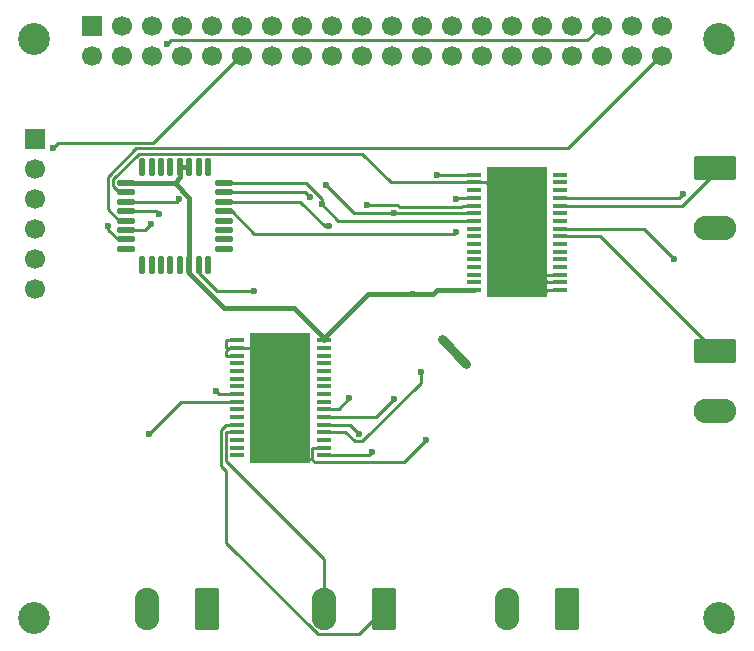
<source format=gtl>
%TF.GenerationSoftware,KiCad,Pcbnew,9.0.7*%
%TF.CreationDate,2026-02-04T14:04:16-06:00*%
%TF.ProjectId,dac_amp,6461635f-616d-4702-9e6b-696361645f70,rev?*%
%TF.SameCoordinates,Original*%
%TF.FileFunction,Copper,L1,Top*%
%TF.FilePolarity,Positive*%
%FSLAX46Y46*%
G04 Gerber Fmt 4.6, Leading zero omitted, Abs format (unit mm)*
G04 Created by KiCad (PCBNEW 9.0.7) date 2026-02-04 14:04:16*
%MOMM*%
%LPD*%
G01*
G04 APERTURE LIST*
G04 Aperture macros list*
%AMRoundRect*
0 Rectangle with rounded corners*
0 $1 Rounding radius*
0 $2 $3 $4 $5 $6 $7 $8 $9 X,Y pos of 4 corners*
0 Add a 4 corners polygon primitive as box body*
4,1,4,$2,$3,$4,$5,$6,$7,$8,$9,$2,$3,0*
0 Add four circle primitives for the rounded corners*
1,1,$1+$1,$2,$3*
1,1,$1+$1,$4,$5*
1,1,$1+$1,$6,$7*
1,1,$1+$1,$8,$9*
0 Add four rect primitives between the rounded corners*
20,1,$1+$1,$2,$3,$4,$5,0*
20,1,$1+$1,$4,$5,$6,$7,0*
20,1,$1+$1,$6,$7,$8,$9,0*
20,1,$1+$1,$8,$9,$2,$3,0*%
G04 Aperture macros list end*
%TA.AperFunction,SMDPad,CuDef*%
%ADD10R,1.200000X0.400000*%
%TD*%
%TA.AperFunction,ComponentPad*%
%ADD11C,0.600000*%
%TD*%
%TA.AperFunction,SMDPad,CuDef*%
%ADD12R,5.200000X11.000000*%
%TD*%
%TA.AperFunction,SMDPad,CuDef*%
%ADD13RoundRect,0.137500X-0.600000X-0.137500X0.600000X-0.137500X0.600000X0.137500X-0.600000X0.137500X0*%
%TD*%
%TA.AperFunction,SMDPad,CuDef*%
%ADD14RoundRect,0.137500X-0.137500X-0.600000X0.137500X-0.600000X0.137500X0.600000X-0.137500X0.600000X0*%
%TD*%
%TA.AperFunction,ComponentPad*%
%ADD15RoundRect,0.249999X0.790001X1.550001X-0.790001X1.550001X-0.790001X-1.550001X0.790001X-1.550001X0*%
%TD*%
%TA.AperFunction,ComponentPad*%
%ADD16O,2.080000X3.600000*%
%TD*%
%TA.AperFunction,ComponentPad*%
%ADD17R,1.700000X1.700000*%
%TD*%
%TA.AperFunction,ComponentPad*%
%ADD18C,1.700000*%
%TD*%
%TA.AperFunction,ComponentPad*%
%ADD19RoundRect,0.249999X-1.550001X0.790001X-1.550001X-0.790001X1.550001X-0.790001X1.550001X0.790001X0*%
%TD*%
%TA.AperFunction,ComponentPad*%
%ADD20O,3.600000X2.080000*%
%TD*%
%TA.AperFunction,ComponentPad*%
%ADD21C,2.700000*%
%TD*%
%TA.AperFunction,ViaPad*%
%ADD22C,0.600000*%
%TD*%
%TA.AperFunction,Conductor*%
%ADD23C,0.250000*%
%TD*%
%TA.AperFunction,Conductor*%
%ADD24C,0.800000*%
%TD*%
%TA.AperFunction,Conductor*%
%ADD25C,0.400000*%
%TD*%
G04 APERTURE END LIST*
D10*
%TO.P,U4,1,PVCC*%
%TO.N,+12V*%
X129400000Y-73275000D03*
%TO.P,U4,2,PGND*%
%TO.N,GND*%
X129400000Y-72625000D03*
%TO.P,U4,3*%
%TO.N,N/C*%
X129400000Y-71975000D03*
%TO.P,U4,4,INL+*%
%TO.N,Net-(U1-OUTL+)*%
X129400000Y-71325000D03*
%TO.P,U4,5,INL-*%
%TO.N,Net-(U1-OUTL-)*%
X129400000Y-70675000D03*
%TO.P,U4,6,INR+*%
%TO.N,Net-(U1-OUTR+)*%
X129400000Y-70025000D03*
%TO.P,U4,7,INR-*%
%TO.N,Net-(U1-OUTR-)*%
X129400000Y-69375000D03*
%TO.P,U4,8*%
%TO.N,N/C*%
X129400000Y-68725000D03*
%TO.P,U4,9*%
X129400000Y-68075000D03*
%TO.P,U4,10*%
X129400000Y-67425000D03*
%TO.P,U4,11*%
X129400000Y-66775000D03*
%TO.P,U4,12*%
X129400000Y-66125000D03*
%TO.P,U4,13*%
X129400000Y-65475000D03*
%TO.P,U4,14*%
X129400000Y-64825000D03*
%TO.P,U4,15*%
X129400000Y-64175000D03*
%TO.P,U4,16,~{SD}*%
%TO.N,+3.3V*%
X129400000Y-63525000D03*
%TO.P,U4,17,MUTE*%
%TO.N,GND*%
X122100000Y-63525000D03*
%TO.P,U4,18,GAIN0*%
X122100000Y-64175000D03*
%TO.P,U4,19,GAIN1*%
X122100000Y-64825000D03*
%TO.P,U4,20*%
%TO.N,N/C*%
X122100000Y-65475000D03*
%TO.P,U4,21*%
X122100000Y-66125000D03*
%TO.P,U4,22*%
X122100000Y-66775000D03*
%TO.P,U4,23*%
X122100000Y-67425000D03*
%TO.P,U4,24,OUTL+*%
%TO.N,Net-(J5-Pin_1)*%
X122100000Y-68075000D03*
%TO.P,U4,25,OUTL-*%
%TO.N,Net-(J5-Pin_2)*%
X122100000Y-68725000D03*
%TO.P,U4,26*%
%TO.N,N/C*%
X122100000Y-69375000D03*
%TO.P,U4,27*%
X122100000Y-70025000D03*
%TO.P,U4,28,OUTR+*%
%TO.N,Net-(J6-Pin_1)*%
X122100000Y-70675000D03*
%TO.P,U4,29,OUTR-*%
%TO.N,Net-(J6-Pin_2)*%
X122100000Y-71325000D03*
%TO.P,U4,30*%
%TO.N,N/C*%
X122100000Y-71975000D03*
%TO.P,U4,31*%
X122100000Y-72625000D03*
%TO.P,U4,32*%
X122100000Y-73275000D03*
D11*
%TO.P,U4,33,EP*%
%TO.N,GND*%
X128000000Y-73600000D03*
X128000000Y-72300000D03*
X128000000Y-71000000D03*
X128000000Y-69700000D03*
X128000000Y-68400000D03*
X128000000Y-67100000D03*
X128000000Y-65800000D03*
X128000000Y-64500000D03*
X128000000Y-63200000D03*
X126500000Y-73600000D03*
X126500000Y-72300000D03*
X126500000Y-71000000D03*
X126500000Y-69700000D03*
X126500000Y-68400000D03*
X126500000Y-67100000D03*
X126500000Y-65800000D03*
X126500000Y-64500000D03*
X126500000Y-63200000D03*
D12*
X125750000Y-68400000D03*
D11*
X125000000Y-73600000D03*
X125000000Y-72300000D03*
X125000000Y-71000000D03*
X125000000Y-69700000D03*
X125000000Y-68400000D03*
X125000000Y-67100000D03*
X125000000Y-65800000D03*
X125000000Y-64500000D03*
X125000000Y-63200000D03*
X123500000Y-73600000D03*
X123500000Y-72300000D03*
X123500000Y-71000000D03*
X123500000Y-69700000D03*
X123500000Y-68400000D03*
X123500000Y-67100000D03*
X123500000Y-65800000D03*
X123500000Y-64500000D03*
X123500000Y-63200000D03*
%TD*%
D13*
%TO.P,U1,1,DVDD*%
%TO.N,+3.3V*%
X112675000Y-50200000D03*
%TO.P,U1,2,DGND*%
%TO.N,GND*%
X112675000Y-51000000D03*
%TO.P,U1,3,BCK*%
%TO.N,I2S_BCK*%
X112675000Y-51800000D03*
%TO.P,U1,4,LRCK*%
%TO.N,I2S_LRCK*%
X112675000Y-52600000D03*
%TO.P,U1,5,DIN*%
%TO.N,I2S_DOUT*%
X112675000Y-53400000D03*
%TO.P,U1,6,SCL*%
%TO.N,I2C_SCL*%
X112675000Y-54200000D03*
%TO.P,U1,7,SDA*%
%TO.N,I2C_SDA*%
X112675000Y-55000000D03*
%TO.P,U1,8*%
%TO.N,N/C*%
X112675000Y-55800000D03*
D14*
%TO.P,U1,9*%
X114037500Y-57162500D03*
%TO.P,U1,10*%
X114837500Y-57162500D03*
%TO.P,U1,11*%
X115637500Y-57162500D03*
%TO.P,U1,12*%
X116437500Y-57162500D03*
%TO.P,U1,13*%
X117237500Y-57162500D03*
%TO.P,U1,14,AVDD*%
%TO.N,+3.3V*%
X118037500Y-57162500D03*
%TO.P,U1,15,AGND*%
%TO.N,GND*%
X118837500Y-57162500D03*
%TO.P,U1,16*%
%TO.N,N/C*%
X119637500Y-57162500D03*
D13*
%TO.P,U1,17*%
X121000000Y-55800000D03*
%TO.P,U1,18*%
X121000000Y-55000000D03*
%TO.P,U1,19*%
X121000000Y-54200000D03*
%TO.P,U1,20*%
X121000000Y-53400000D03*
%TO.P,U1,21,OUTL+*%
%TO.N,Net-(U1-OUTL+)*%
X121000000Y-52600000D03*
%TO.P,U1,22,OUTL-*%
%TO.N,Net-(U1-OUTL-)*%
X121000000Y-51800000D03*
%TO.P,U1,23,OUTR+*%
%TO.N,Net-(U1-OUTR+)*%
X121000000Y-51000000D03*
%TO.P,U1,24,OUTR-*%
%TO.N,Net-(U1-OUTR-)*%
X121000000Y-50200000D03*
D14*
%TO.P,U1,25*%
%TO.N,N/C*%
X119637500Y-48837500D03*
%TO.P,U1,26*%
X118837500Y-48837500D03*
%TO.P,U1,27,XSMT*%
%TO.N,+3.3V*%
X118037500Y-48837500D03*
%TO.P,U1,28,MUTE*%
X117237500Y-48837500D03*
%TO.P,U1,29*%
%TO.N,N/C*%
X116437500Y-48837500D03*
%TO.P,U1,30*%
X115637500Y-48837500D03*
%TO.P,U1,31*%
X114837500Y-48837500D03*
%TO.P,U1,32*%
X114037500Y-48837500D03*
%TD*%
D15*
%TO.P,J5,1,Pin_1*%
%TO.N,Net-(J5-Pin_1)*%
X119545000Y-86277500D03*
D16*
%TO.P,J5,2,Pin_2*%
%TO.N,Net-(J5-Pin_2)*%
X114465000Y-86277500D03*
%TD*%
D15*
%TO.P,J6,1,Pin_1*%
%TO.N,Net-(J6-Pin_1)*%
X134545000Y-86277500D03*
D16*
%TO.P,J6,2,Pin_2*%
%TO.N,Net-(J6-Pin_2)*%
X129465000Y-86277500D03*
%TD*%
D17*
%TO.P,J7,1,Pin_1*%
%TO.N,unconnected-(J7-Pin_1-Pad1)*%
X109765321Y-36909266D03*
D18*
%TO.P,J7,2,Pin_2*%
%TO.N,unconnected-(J7-Pin_2-Pad2)*%
X109765321Y-39449266D03*
%TO.P,J7,3,Pin_3*%
%TO.N,I2C_SDA*%
X112305321Y-36909266D03*
%TO.P,J7,4,Pin_4*%
%TO.N,unconnected-(J7-Pin_4-Pad4)*%
X112305321Y-39449266D03*
%TO.P,J7,5,Pin_5*%
%TO.N,I2C_SCL*%
X114845321Y-36909266D03*
%TO.P,J7,6,Pin_6*%
%TO.N,unconnected-(J7-Pin_6-Pad6)*%
X114845321Y-39449266D03*
%TO.P,J7,7,Pin_7*%
%TO.N,unconnected-(J7-Pin_7-Pad7)*%
X117385321Y-36909266D03*
%TO.P,J7,8,Pin_8*%
%TO.N,unconnected-(J7-Pin_8-Pad8)*%
X117385321Y-39449266D03*
%TO.P,J7,9,Pin_9*%
%TO.N,unconnected-(J7-Pin_9-Pad9)*%
X119925321Y-36909266D03*
%TO.P,J7,10,Pin_10*%
%TO.N,unconnected-(J7-Pin_10-Pad10)*%
X119925321Y-39449266D03*
%TO.P,J7,11,Pin_11*%
%TO.N,unconnected-(J7-Pin_11-Pad11)*%
X122465321Y-36909266D03*
%TO.P,J7,12,Pin_12*%
%TO.N,I2S_BCK*%
X122465321Y-39449266D03*
%TO.P,J7,13,Pin_13*%
%TO.N,unconnected-(J7-Pin_13-Pad13)*%
X125005321Y-36909266D03*
%TO.P,J7,14,Pin_14*%
%TO.N,unconnected-(J7-Pin_14-Pad14)*%
X125005321Y-39449266D03*
%TO.P,J7,15,Pin_15*%
%TO.N,unconnected-(J7-Pin_15-Pad15)*%
X127545321Y-36909266D03*
%TO.P,J7,16,Pin_16*%
%TO.N,unconnected-(J7-Pin_16-Pad16)*%
X127545321Y-39449266D03*
%TO.P,J7,17,Pin_17*%
%TO.N,unconnected-(J7-Pin_17-Pad17)*%
X130085321Y-36909266D03*
%TO.P,J7,18,Pin_18*%
%TO.N,unconnected-(J7-Pin_18-Pad18)*%
X130085321Y-39449266D03*
%TO.P,J7,19,Pin_19*%
%TO.N,unconnected-(J7-Pin_19-Pad19)*%
X132625321Y-36909266D03*
%TO.P,J7,20,Pin_20*%
%TO.N,unconnected-(J7-Pin_20-Pad20)*%
X132625321Y-39449266D03*
%TO.P,J7,21,Pin_21*%
%TO.N,unconnected-(J7-Pin_21-Pad21)*%
X135165321Y-36909266D03*
%TO.P,J7,22,Pin_22*%
%TO.N,unconnected-(J7-Pin_22-Pad22)*%
X135165321Y-39449266D03*
%TO.P,J7,23,Pin_23*%
%TO.N,unconnected-(J7-Pin_23-Pad23)*%
X137705321Y-36909266D03*
%TO.P,J7,24,Pin_24*%
%TO.N,unconnected-(J7-Pin_24-Pad24)*%
X137705321Y-39449266D03*
%TO.P,J7,25,Pin_25*%
%TO.N,unconnected-(J7-Pin_25-Pad25)*%
X140245321Y-36909266D03*
%TO.P,J7,26,Pin_26*%
%TO.N,unconnected-(J7-Pin_26-Pad26)*%
X140245321Y-39449266D03*
%TO.P,J7,27,Pin_27*%
%TO.N,unconnected-(J7-Pin_27-Pad27)*%
X142785321Y-36909266D03*
%TO.P,J7,28,Pin_28*%
%TO.N,unconnected-(J7-Pin_28-Pad28)*%
X142785321Y-39449266D03*
%TO.P,J7,29,Pin_29*%
%TO.N,unconnected-(J7-Pin_29-Pad29)*%
X145325321Y-36909266D03*
%TO.P,J7,30,Pin_30*%
%TO.N,unconnected-(J7-Pin_30-Pad30)*%
X145325321Y-39449266D03*
%TO.P,J7,31,Pin_31*%
%TO.N,unconnected-(J7-Pin_31-Pad31)*%
X147865321Y-36909266D03*
%TO.P,J7,32,Pin_32*%
%TO.N,unconnected-(J7-Pin_32-Pad32)*%
X147865321Y-39449266D03*
%TO.P,J7,33,Pin_33*%
%TO.N,unconnected-(J7-Pin_33-Pad33)*%
X150405321Y-36909266D03*
%TO.P,J7,34,Pin_34*%
%TO.N,GND*%
X150405321Y-39449266D03*
%TO.P,J7,35,Pin_35*%
%TO.N,I2S_LRCK*%
X152945321Y-36909266D03*
%TO.P,J7,36,Pin_36*%
%TO.N,unconnected-(J7-Pin_36-Pad36)*%
X152945321Y-39449266D03*
%TO.P,J7,37,Pin_37*%
%TO.N,unconnected-(J7-Pin_37-Pad37)*%
X155485321Y-36909266D03*
%TO.P,J7,38,Pin_38*%
%TO.N,unconnected-(J7-Pin_38-Pad38)*%
X155485321Y-39449266D03*
%TO.P,J7,39,Pin_39*%
%TO.N,unconnected-(J7-Pin_39-Pad39)*%
X158025321Y-36909266D03*
%TO.P,J7,40,Pin_40*%
%TO.N,I2S_DOUT*%
X158025321Y-39449266D03*
%TD*%
D19*
%TO.P,J4,1,Pin_1*%
%TO.N,Net-(J4-Pin_1)*%
X162500000Y-48955000D03*
D20*
%TO.P,J4,2,Pin_2*%
%TO.N,Net-(J4-Pin_2)*%
X162500000Y-54035000D03*
%TD*%
D21*
%TO.P,H1,1*%
%TO.N,N/C*%
X104875000Y-38067500D03*
%TD*%
%TO.P,H2,1*%
%TO.N,N/C*%
X162875000Y-38067500D03*
%TD*%
%TO.P,H3,1*%
%TO.N,N/C*%
X104875000Y-87067500D03*
%TD*%
%TO.P,H4,1*%
%TO.N,N/C*%
X162875000Y-87067500D03*
%TD*%
D17*
%TO.P,J1,1,Pin_1*%
%TO.N,unconnected-(J1-Pin_1-Pad1)*%
X105000000Y-46460000D03*
D18*
%TO.P,J1,2,Pin_2*%
%TO.N,unconnected-(J1-Pin_2-Pad2)*%
X105000000Y-49000000D03*
%TO.P,J1,3,Pin_3*%
%TO.N,I2S_BCK*%
X105000000Y-51540000D03*
%TO.P,J1,4,Pin_4*%
%TO.N,unconnected-(J1-Pin_4-Pad4)*%
X105000000Y-54080000D03*
%TO.P,J1,5,Pin_5*%
%TO.N,unconnected-(J1-Pin_5-Pad5)*%
X105000000Y-56620000D03*
%TO.P,J1,6,Pin_6*%
%TO.N,unconnected-(J1-Pin_6-Pad6)*%
X105000000Y-59160000D03*
%TD*%
D10*
%TO.P,U3,1,PVCC*%
%TO.N,+12V*%
X142100000Y-49525000D03*
%TO.P,U3,2,PGND*%
%TO.N,GND*%
X142100000Y-50175000D03*
%TO.P,U3,3*%
%TO.N,N/C*%
X142100000Y-50825000D03*
%TO.P,U3,4,INL+*%
%TO.N,Net-(U1-OUTL+)*%
X142100000Y-51475000D03*
%TO.P,U3,5,INL-*%
%TO.N,Net-(U1-OUTL-)*%
X142100000Y-52125000D03*
%TO.P,U3,6,INR+*%
%TO.N,Net-(U1-OUTR+)*%
X142100000Y-52775000D03*
%TO.P,U3,7,INR-*%
%TO.N,Net-(U1-OUTR-)*%
X142100000Y-53425000D03*
%TO.P,U3,8*%
%TO.N,N/C*%
X142100000Y-54075000D03*
%TO.P,U3,9*%
X142100000Y-54725000D03*
%TO.P,U3,10*%
X142100000Y-55375000D03*
%TO.P,U3,11*%
X142100000Y-56025000D03*
%TO.P,U3,12*%
X142100000Y-56675000D03*
%TO.P,U3,13*%
X142100000Y-57325000D03*
%TO.P,U3,14*%
X142100000Y-57975000D03*
%TO.P,U3,15*%
X142100000Y-58625000D03*
%TO.P,U3,16,~{SD}*%
%TO.N,+3.3V*%
X142100000Y-59275000D03*
%TO.P,U3,17,MUTE*%
%TO.N,GND*%
X149400000Y-59275000D03*
%TO.P,U3,18,GAIN0*%
X149400000Y-58625000D03*
%TO.P,U3,19,GAIN1*%
X149400000Y-57975000D03*
%TO.P,U3,20*%
%TO.N,N/C*%
X149400000Y-57325000D03*
%TO.P,U3,21*%
X149400000Y-56675000D03*
%TO.P,U3,22*%
X149400000Y-56025000D03*
%TO.P,U3,23*%
X149400000Y-55375000D03*
%TO.P,U3,24,OUTL+*%
%TO.N,Net-(J3-Pin_1)*%
X149400000Y-54725000D03*
%TO.P,U3,25,OUTL-*%
%TO.N,Net-(J3-Pin_2)*%
X149400000Y-54075000D03*
%TO.P,U3,26*%
%TO.N,N/C*%
X149400000Y-53425000D03*
%TO.P,U3,27*%
X149400000Y-52775000D03*
%TO.P,U3,28,OUTR+*%
%TO.N,Net-(J4-Pin_1)*%
X149400000Y-52125000D03*
%TO.P,U3,29,OUTR-*%
%TO.N,Net-(J4-Pin_2)*%
X149400000Y-51475000D03*
%TO.P,U3,30*%
%TO.N,N/C*%
X149400000Y-50825000D03*
%TO.P,U3,31*%
X149400000Y-50175000D03*
%TO.P,U3,32*%
X149400000Y-49525000D03*
D11*
%TO.P,U3,33,EP*%
%TO.N,GND*%
X143500000Y-49200000D03*
X143500000Y-50500000D03*
X143500000Y-51800000D03*
X143500000Y-53100000D03*
X143500000Y-54400000D03*
X143500000Y-55700000D03*
X143500000Y-57000000D03*
X143500000Y-58300000D03*
X143500000Y-59600000D03*
X145000000Y-49200000D03*
X145000000Y-50500000D03*
X145000000Y-51800000D03*
X145000000Y-53100000D03*
X145000000Y-54400000D03*
X145000000Y-55700000D03*
X145000000Y-57000000D03*
X145000000Y-58300000D03*
X145000000Y-59600000D03*
D12*
X145750000Y-54400000D03*
D11*
X146500000Y-49200000D03*
X146500000Y-50500000D03*
X146500000Y-51800000D03*
X146500000Y-53100000D03*
X146500000Y-54400000D03*
X146500000Y-55700000D03*
X146500000Y-57000000D03*
X146500000Y-58300000D03*
X146500000Y-59600000D03*
X148000000Y-49200000D03*
X148000000Y-50500000D03*
X148000000Y-51800000D03*
X148000000Y-53100000D03*
X148000000Y-54400000D03*
X148000000Y-55700000D03*
X148000000Y-57000000D03*
X148000000Y-58300000D03*
X148000000Y-59600000D03*
%TD*%
D19*
%TO.P,J3,1,Pin_1*%
%TO.N,Net-(J3-Pin_1)*%
X162500000Y-64455000D03*
D20*
%TO.P,J3,2,Pin_2*%
%TO.N,Net-(J3-Pin_2)*%
X162500000Y-69535000D03*
%TD*%
D15*
%TO.P,J2,1,Pin_1*%
%TO.N,+12V*%
X150045000Y-86277500D03*
D16*
%TO.P,J2,2,Pin_2*%
%TO.N,GND*%
X144965000Y-86277500D03*
%TD*%
D22*
%TO.N,+12V*%
X139000000Y-49500000D03*
X139463152Y-63463152D03*
X133500000Y-73000000D03*
X141500000Y-65500000D03*
%TO.N,GND*%
X123502800Y-59381500D03*
X138100000Y-72000000D03*
%TO.N,+3.3V*%
X137000000Y-59609500D03*
%TO.N,I2S_BCK*%
X106526200Y-47224500D03*
X117176300Y-51581000D03*
%TO.N,Net-(J3-Pin_2)*%
X159067200Y-56651600D03*
%TO.N,Net-(J4-Pin_2)*%
X159819500Y-51166900D03*
%TO.N,Net-(J5-Pin_1)*%
X120278600Y-67802100D03*
%TO.N,Net-(J5-Pin_2)*%
X114611700Y-71441100D03*
%TO.N,I2C_SDA*%
X111189300Y-53828300D03*
%TO.N,I2S_LRCK*%
X116165691Y-38440688D03*
X115507500Y-52870100D03*
%TO.N,I2C_SCL*%
X114753300Y-53693700D03*
%TO.N,Net-(U1-OUTL-)*%
X132393900Y-71439600D03*
X133062200Y-52089100D03*
X129899700Y-53897800D03*
%TO.N,Net-(U1-OUTR+)*%
X129578300Y-50346300D03*
X135357600Y-68483200D03*
X128260200Y-51420200D03*
X135357600Y-52757400D03*
%TO.N,Net-(U1-OUTL+)*%
X140651600Y-51598400D03*
X140651600Y-54361300D03*
X137619700Y-66261200D03*
%TO.N,Net-(U1-OUTR-)*%
X131590500Y-68452100D03*
X129256800Y-52032100D03*
%TD*%
D23*
%TO.N,+12V*%
X142025000Y-49525000D02*
X142000000Y-49500000D01*
X133225000Y-73275000D02*
X133500000Y-73000000D01*
X142100000Y-49525000D02*
X142025000Y-49525000D01*
D24*
X139463152Y-63463152D02*
X141500000Y-65500000D01*
D23*
X129400000Y-73275000D02*
X133225000Y-73275000D01*
X142000000Y-49500000D02*
X139000000Y-49500000D01*
%TO.N,GND*%
X146100000Y-57000000D02*
X146500000Y-57000000D01*
X147800000Y-58300000D02*
X146500000Y-57000000D01*
X149400000Y-57975000D02*
X148325000Y-57975000D01*
X149400000Y-59275000D02*
X148325000Y-59275000D01*
X145000000Y-55900000D02*
X145000000Y-55700000D01*
X142100000Y-50175000D02*
X143175000Y-50175000D01*
X129400000Y-72625000D02*
X128473300Y-72625000D01*
X146500000Y-54400000D02*
X145750000Y-54400000D01*
X122100000Y-64175000D02*
X123175000Y-64175000D01*
X136248300Y-73851700D02*
X138100000Y-72000000D01*
X122100000Y-63525000D02*
X121173300Y-63525000D01*
X128423300Y-73600000D02*
X128423300Y-73631000D01*
X111575600Y-49892800D02*
X111575600Y-50501900D01*
X135121600Y-50175000D02*
X132671100Y-47724500D01*
X132671100Y-47724500D02*
X113743900Y-47724500D01*
X121173300Y-63525000D02*
X121173300Y-64175000D01*
X121173300Y-64825000D02*
X121173300Y-64418700D01*
X145612500Y-56512500D02*
X145000000Y-55900000D01*
X148325000Y-58625000D02*
X148000000Y-58300000D01*
X112073700Y-51000000D02*
X112675000Y-51000000D01*
X123175000Y-64175000D02*
X123500000Y-64500000D01*
X122100000Y-64825000D02*
X121173300Y-64825000D01*
X145000000Y-54400000D02*
X145750000Y-54400000D01*
X128644000Y-73851700D02*
X136248300Y-73851700D01*
X121417000Y-64175000D02*
X122100000Y-64175000D01*
X121417000Y-64175000D02*
X121173300Y-64175000D01*
X118837500Y-57162500D02*
X118837500Y-57801100D01*
X113743900Y-47724500D02*
X111575600Y-49892800D01*
X123500000Y-72300000D02*
X125000000Y-72300000D01*
X123500000Y-63200000D02*
X125000000Y-63200000D01*
X142100000Y-50175000D02*
X135121600Y-50175000D01*
X148000000Y-58300000D02*
X147800000Y-58300000D01*
X143175000Y-50175000D02*
X143500000Y-50500000D01*
X149400000Y-58625000D02*
X148325000Y-58625000D01*
X145612500Y-56512500D02*
X146100000Y-57000000D01*
X128423300Y-73631000D02*
X128644000Y-73851700D01*
X128473300Y-72625000D02*
X128423300Y-72675000D01*
X120417900Y-59381500D02*
X123502800Y-59381500D01*
X121173300Y-64418700D02*
X121417000Y-64175000D01*
X126500000Y-68400000D02*
X125750000Y-68400000D01*
X111575600Y-50501900D02*
X112073700Y-51000000D01*
X148325000Y-59275000D02*
X148000000Y-59600000D01*
X128423300Y-72675000D02*
X128423300Y-73600000D01*
X118837500Y-57801100D02*
X120417900Y-59381500D01*
X125000000Y-68400000D02*
X125750000Y-68400000D01*
X128423300Y-73600000D02*
X128000000Y-73600000D01*
X148325000Y-57975000D02*
X148000000Y-58300000D01*
X145612500Y-56512500D02*
X143500000Y-54400000D01*
X128000000Y-63200000D02*
X126500000Y-63200000D01*
D25*
%TO.N,+3.3V*%
X118037500Y-57162500D02*
X118037500Y-51449900D01*
X116787600Y-50200000D02*
X112675000Y-50200000D01*
X133130000Y-59609500D02*
X129400000Y-63339500D01*
X118037500Y-51449900D02*
X116787600Y-50200000D01*
X138667700Y-59609500D02*
X139002200Y-59275000D01*
X137000000Y-59609500D02*
X133130000Y-59609500D01*
X117237500Y-48837500D02*
X117237500Y-49750100D01*
X121005000Y-60832500D02*
X126893000Y-60832500D01*
X117237500Y-49750100D02*
X116787600Y-50200000D01*
X118037500Y-57865000D02*
X121005000Y-60832500D01*
X117237500Y-48837500D02*
X118037500Y-48837500D01*
X118037500Y-57162500D02*
X118037500Y-57865000D01*
X138667700Y-59609500D02*
X137000000Y-59609500D01*
X139002200Y-59275000D02*
X142100000Y-59275000D01*
X129400000Y-63339500D02*
X129400000Y-63525000D01*
X126893000Y-60832500D02*
X129400000Y-63339500D01*
D23*
%TO.N,I2S_BCK*%
X112675000Y-51800000D02*
X116957300Y-51800000D01*
X116957300Y-51800000D02*
X117176300Y-51581000D01*
X122260000Y-39540000D02*
X114978900Y-46821100D01*
X106929600Y-46821100D02*
X106526200Y-47224500D01*
X114978900Y-46821100D02*
X106929600Y-46821100D01*
%TO.N,Net-(J3-Pin_1)*%
X162500000Y-64455000D02*
X152770000Y-54725000D01*
X152770000Y-54725000D02*
X149400000Y-54725000D01*
%TO.N,Net-(J3-Pin_2)*%
X156490600Y-54075000D02*
X159067200Y-56651600D01*
X149400000Y-54075000D02*
X156490600Y-54075000D01*
%TO.N,Net-(J4-Pin_2)*%
X159819500Y-51166900D02*
X159511400Y-51475000D01*
X159511400Y-51475000D02*
X149400000Y-51475000D01*
%TO.N,Net-(J4-Pin_1)*%
X159747700Y-52125000D02*
X162500000Y-49372700D01*
X162500000Y-49372700D02*
X162500000Y-48955000D01*
X149400000Y-52125000D02*
X159747700Y-52125000D01*
%TO.N,Net-(J5-Pin_1)*%
X120278600Y-67802100D02*
X120551500Y-68075000D01*
X120551500Y-68075000D02*
X122100000Y-68075000D01*
%TO.N,Net-(J5-Pin_2)*%
X114611700Y-71441100D02*
X117327800Y-68725000D01*
X117327800Y-68725000D02*
X122100000Y-68725000D01*
%TO.N,Net-(J6-Pin_1)*%
X120986200Y-74451900D02*
X121173300Y-74639000D01*
X121173300Y-74639000D02*
X121173300Y-80678700D01*
X122100000Y-70675000D02*
X121173300Y-70675000D01*
X121173300Y-80678700D02*
X128898800Y-88404200D01*
X128898800Y-88404200D02*
X132418300Y-88404200D01*
X121173300Y-70675000D02*
X120721600Y-71126700D01*
X132418300Y-88404200D02*
X134545000Y-86277500D01*
X120986200Y-74451900D02*
X121173300Y-74639000D01*
X120721600Y-74187300D02*
X120986200Y-74451900D01*
X120721600Y-71126700D02*
X120721600Y-74187300D01*
%TO.N,Net-(J6-Pin_2)*%
X121173300Y-73775000D02*
X129465000Y-82066700D01*
X121173300Y-71325000D02*
X121173300Y-73775000D01*
X129465000Y-82066700D02*
X129465000Y-86277500D01*
X122100000Y-71325000D02*
X121173300Y-71325000D01*
%TO.N,I2C_SDA*%
X111987600Y-55000000D02*
X111189400Y-54201800D01*
X111189400Y-54201800D02*
X111189400Y-53828300D01*
X111189400Y-53828300D02*
X111189300Y-53828300D01*
X112675000Y-55000000D02*
X111987600Y-55000000D01*
%TO.N,I2S_LRCK*%
X151734587Y-38120000D02*
X116486379Y-38120000D01*
X115507500Y-52870100D02*
X115237400Y-52600000D01*
X115237400Y-52600000D02*
X112675000Y-52600000D01*
X116486379Y-38120000D02*
X116165691Y-38440688D01*
X152945321Y-36909266D02*
X151734587Y-38120000D01*
%TO.N,I2C_SCL*%
X114753300Y-53693700D02*
X114247000Y-54200000D01*
X114247000Y-54200000D02*
X112675000Y-54200000D01*
%TO.N,I2S_DOUT*%
X150087200Y-47272800D02*
X113556800Y-47272800D01*
X113556800Y-47272800D02*
X111123900Y-49705700D01*
X112074600Y-53400000D02*
X112675000Y-53400000D01*
X111123900Y-52449300D02*
X112074600Y-53400000D01*
X111123900Y-49705700D02*
X111123900Y-52449300D01*
X157820000Y-39540000D02*
X150087200Y-47272800D01*
%TO.N,Net-(U1-OUTL-)*%
X121000000Y-51800000D02*
X127437900Y-51800000D01*
X129535700Y-53897800D02*
X129899700Y-53897800D01*
X127437900Y-51800000D02*
X129535700Y-53897800D01*
X131629300Y-70675000D02*
X129400000Y-70675000D01*
X135821000Y-52225200D02*
X135684900Y-52089100D01*
X135684900Y-52089100D02*
X133062200Y-52089100D01*
X142100000Y-52125000D02*
X141173300Y-52125000D01*
X141073100Y-52225200D02*
X135821000Y-52225200D01*
X141173300Y-52125000D02*
X141073100Y-52225200D01*
X132393900Y-71439600D02*
X131629300Y-70675000D01*
%TO.N,Net-(U1-OUTR+)*%
X127840000Y-51000000D02*
X121000000Y-51000000D01*
X133815800Y-70025000D02*
X135357600Y-68483200D01*
X135357600Y-52757400D02*
X141155700Y-52757400D01*
X131989400Y-52757400D02*
X129578300Y-50346300D01*
X142100000Y-52775000D02*
X141173300Y-52775000D01*
X129400000Y-70025000D02*
X133815800Y-70025000D01*
X128260200Y-51420200D02*
X127840000Y-51000000D01*
X141155700Y-52757400D02*
X141173300Y-52775000D01*
X135357600Y-52757400D02*
X131989400Y-52757400D01*
%TO.N,Net-(U1-OUTL+)*%
X140482500Y-54530400D02*
X140651600Y-54361300D01*
X121621900Y-52600000D02*
X123552300Y-54530400D01*
X137619700Y-67128900D02*
X132645800Y-72102800D01*
X137619700Y-66261200D02*
X137619700Y-67128900D01*
X140775000Y-51475000D02*
X142100000Y-51475000D01*
X132030400Y-72102800D02*
X131252600Y-71325000D01*
X140651600Y-51598400D02*
X140775000Y-51475000D01*
X123552300Y-54530400D02*
X140482500Y-54530400D01*
X132645800Y-72102800D02*
X132030400Y-72102800D01*
X121000000Y-52600000D02*
X121621900Y-52600000D01*
X131252600Y-71325000D02*
X129400000Y-71325000D01*
%TO.N,Net-(U1-OUTR-)*%
X129256800Y-52032100D02*
X130649700Y-53425000D01*
X130649700Y-53425000D02*
X142100000Y-53425000D01*
X129256800Y-52032100D02*
X129256800Y-51530500D01*
X127926300Y-50200000D02*
X121000000Y-50200000D01*
X129256800Y-51530500D02*
X127926300Y-50200000D01*
X131590500Y-68452100D02*
X130667600Y-69375000D01*
X130667600Y-69375000D02*
X129400000Y-69375000D01*
%TD*%
M02*

</source>
